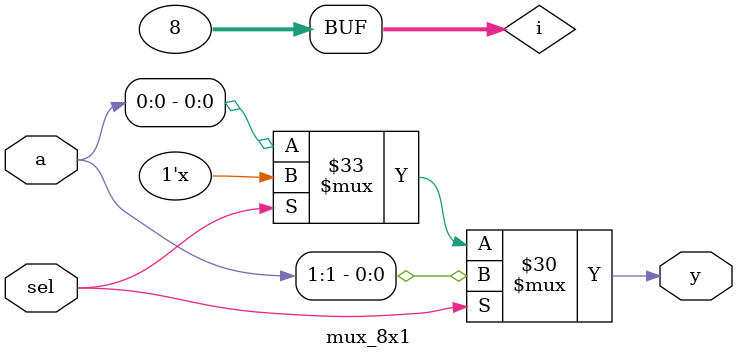
<source format=v>
module mux_8x1(input sel,input [7:0]a,output reg y);
integer i;
always@(*)begin
for(i=0; i<8; i=i+1)begin
if(sel==i)
y=a[i];
end
end
endmodule

</source>
